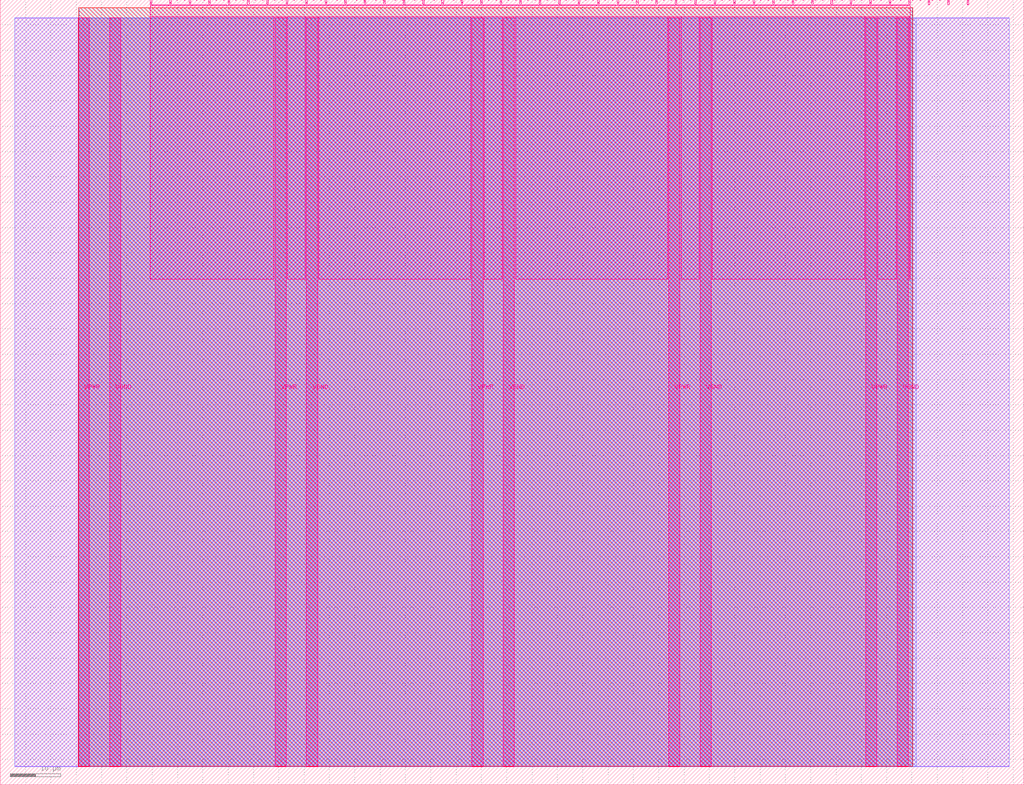
<source format=lef>
VERSION 5.7 ;
  NOWIREEXTENSIONATPIN ON ;
  DIVIDERCHAR "/" ;
  BUSBITCHARS "[]" ;
MACRO tt_um_d_4_array_multiplier
  CLASS BLOCK ;
  FOREIGN tt_um_d_4_array_multiplier ;
  ORIGIN 0.000 0.000 ;
  SIZE 202.080 BY 154.980 ;
  PIN VGND
    DIRECTION INOUT ;
    USE GROUND ;
    PORT
      LAYER Metal5 ;
        RECT 21.580 3.560 23.780 151.420 ;
    END
    PORT
      LAYER Metal5 ;
        RECT 60.450 3.560 62.650 151.420 ;
    END
    PORT
      LAYER Metal5 ;
        RECT 99.320 3.560 101.520 151.420 ;
    END
    PORT
      LAYER Metal5 ;
        RECT 138.190 3.560 140.390 151.420 ;
    END
    PORT
      LAYER Metal5 ;
        RECT 177.060 3.560 179.260 151.420 ;
    END
  END VGND
  PIN VPWR
    DIRECTION INOUT ;
    USE POWER ;
    PORT
      LAYER Metal5 ;
        RECT 15.380 3.560 17.580 151.420 ;
    END
    PORT
      LAYER Metal5 ;
        RECT 54.250 3.560 56.450 151.420 ;
    END
    PORT
      LAYER Metal5 ;
        RECT 93.120 3.560 95.320 151.420 ;
    END
    PORT
      LAYER Metal5 ;
        RECT 131.990 3.560 134.190 151.420 ;
    END
    PORT
      LAYER Metal5 ;
        RECT 170.860 3.560 173.060 151.420 ;
    END
  END VPWR
  PIN clk
    DIRECTION INPUT ;
    USE SIGNAL ;
    PORT
      LAYER Metal5 ;
        RECT 187.050 153.980 187.350 154.980 ;
    END
  END clk
  PIN ena
    DIRECTION INPUT ;
    USE SIGNAL ;
    PORT
      LAYER Metal5 ;
        RECT 190.890 153.980 191.190 154.980 ;
    END
  END ena
  PIN rst_n
    DIRECTION INPUT ;
    USE SIGNAL ;
    PORT
      LAYER Metal5 ;
        RECT 183.210 153.980 183.510 154.980 ;
    END
  END rst_n
  PIN ui_in[0]
    DIRECTION INPUT ;
    USE SIGNAL ;
    ANTENNAGATEAREA 0.213200 ;
    PORT
      LAYER Metal5 ;
        RECT 179.370 153.980 179.670 154.980 ;
    END
  END ui_in[0]
  PIN ui_in[1]
    DIRECTION INPUT ;
    USE SIGNAL ;
    ANTENNAGATEAREA 0.213200 ;
    PORT
      LAYER Metal5 ;
        RECT 175.530 153.980 175.830 154.980 ;
    END
  END ui_in[1]
  PIN ui_in[2]
    DIRECTION INPUT ;
    USE SIGNAL ;
    ANTENNAGATEAREA 0.213200 ;
    PORT
      LAYER Metal5 ;
        RECT 171.690 153.980 171.990 154.980 ;
    END
  END ui_in[2]
  PIN ui_in[3]
    DIRECTION INPUT ;
    USE SIGNAL ;
    ANTENNAGATEAREA 0.213200 ;
    PORT
      LAYER Metal5 ;
        RECT 167.850 153.980 168.150 154.980 ;
    END
  END ui_in[3]
  PIN ui_in[4]
    DIRECTION INPUT ;
    USE SIGNAL ;
    ANTENNAGATEAREA 0.213200 ;
    PORT
      LAYER Metal5 ;
        RECT 164.010 153.980 164.310 154.980 ;
    END
  END ui_in[4]
  PIN ui_in[5]
    DIRECTION INPUT ;
    USE SIGNAL ;
    ANTENNAGATEAREA 0.213200 ;
    PORT
      LAYER Metal5 ;
        RECT 160.170 153.980 160.470 154.980 ;
    END
  END ui_in[5]
  PIN ui_in[6]
    DIRECTION INPUT ;
    USE SIGNAL ;
    ANTENNAGATEAREA 0.213200 ;
    PORT
      LAYER Metal5 ;
        RECT 156.330 153.980 156.630 154.980 ;
    END
  END ui_in[6]
  PIN ui_in[7]
    DIRECTION INPUT ;
    USE SIGNAL ;
    ANTENNAGATEAREA 0.180700 ;
    PORT
      LAYER Metal5 ;
        RECT 152.490 153.980 152.790 154.980 ;
    END
  END ui_in[7]
  PIN uio_in[0]
    DIRECTION INPUT ;
    USE SIGNAL ;
    PORT
      LAYER Metal5 ;
        RECT 148.650 153.980 148.950 154.980 ;
    END
  END uio_in[0]
  PIN uio_in[1]
    DIRECTION INPUT ;
    USE SIGNAL ;
    PORT
      LAYER Metal5 ;
        RECT 144.810 153.980 145.110 154.980 ;
    END
  END uio_in[1]
  PIN uio_in[2]
    DIRECTION INPUT ;
    USE SIGNAL ;
    PORT
      LAYER Metal5 ;
        RECT 140.970 153.980 141.270 154.980 ;
    END
  END uio_in[2]
  PIN uio_in[3]
    DIRECTION INPUT ;
    USE SIGNAL ;
    PORT
      LAYER Metal5 ;
        RECT 137.130 153.980 137.430 154.980 ;
    END
  END uio_in[3]
  PIN uio_in[4]
    DIRECTION INPUT ;
    USE SIGNAL ;
    PORT
      LAYER Metal5 ;
        RECT 133.290 153.980 133.590 154.980 ;
    END
  END uio_in[4]
  PIN uio_in[5]
    DIRECTION INPUT ;
    USE SIGNAL ;
    PORT
      LAYER Metal5 ;
        RECT 129.450 153.980 129.750 154.980 ;
    END
  END uio_in[5]
  PIN uio_in[6]
    DIRECTION INPUT ;
    USE SIGNAL ;
    PORT
      LAYER Metal5 ;
        RECT 125.610 153.980 125.910 154.980 ;
    END
  END uio_in[6]
  PIN uio_in[7]
    DIRECTION INPUT ;
    USE SIGNAL ;
    PORT
      LAYER Metal5 ;
        RECT 121.770 153.980 122.070 154.980 ;
    END
  END uio_in[7]
  PIN uio_oe[0]
    DIRECTION OUTPUT ;
    USE SIGNAL ;
    ANTENNADIFFAREA 0.299200 ;
    PORT
      LAYER Metal5 ;
        RECT 56.490 153.980 56.790 154.980 ;
    END
  END uio_oe[0]
  PIN uio_oe[1]
    DIRECTION OUTPUT ;
    USE SIGNAL ;
    ANTENNADIFFAREA 0.299200 ;
    PORT
      LAYER Metal5 ;
        RECT 52.650 153.980 52.950 154.980 ;
    END
  END uio_oe[1]
  PIN uio_oe[2]
    DIRECTION OUTPUT ;
    USE SIGNAL ;
    ANTENNADIFFAREA 0.299200 ;
    PORT
      LAYER Metal5 ;
        RECT 48.810 153.980 49.110 154.980 ;
    END
  END uio_oe[2]
  PIN uio_oe[3]
    DIRECTION OUTPUT ;
    USE SIGNAL ;
    ANTENNADIFFAREA 0.299200 ;
    PORT
      LAYER Metal5 ;
        RECT 44.970 153.980 45.270 154.980 ;
    END
  END uio_oe[3]
  PIN uio_oe[4]
    DIRECTION OUTPUT ;
    USE SIGNAL ;
    ANTENNADIFFAREA 0.299200 ;
    PORT
      LAYER Metal5 ;
        RECT 41.130 153.980 41.430 154.980 ;
    END
  END uio_oe[4]
  PIN uio_oe[5]
    DIRECTION OUTPUT ;
    USE SIGNAL ;
    ANTENNADIFFAREA 0.299200 ;
    PORT
      LAYER Metal5 ;
        RECT 37.290 153.980 37.590 154.980 ;
    END
  END uio_oe[5]
  PIN uio_oe[6]
    DIRECTION OUTPUT ;
    USE SIGNAL ;
    ANTENNADIFFAREA 0.299200 ;
    PORT
      LAYER Metal5 ;
        RECT 33.450 153.980 33.750 154.980 ;
    END
  END uio_oe[6]
  PIN uio_oe[7]
    DIRECTION OUTPUT ;
    USE SIGNAL ;
    ANTENNADIFFAREA 0.299200 ;
    PORT
      LAYER Metal5 ;
        RECT 29.610 153.980 29.910 154.980 ;
    END
  END uio_oe[7]
  PIN uio_out[0]
    DIRECTION OUTPUT ;
    USE SIGNAL ;
    ANTENNADIFFAREA 0.299200 ;
    PORT
      LAYER Metal5 ;
        RECT 87.210 153.980 87.510 154.980 ;
    END
  END uio_out[0]
  PIN uio_out[1]
    DIRECTION OUTPUT ;
    USE SIGNAL ;
    ANTENNADIFFAREA 0.299200 ;
    PORT
      LAYER Metal5 ;
        RECT 83.370 153.980 83.670 154.980 ;
    END
  END uio_out[1]
  PIN uio_out[2]
    DIRECTION OUTPUT ;
    USE SIGNAL ;
    ANTENNADIFFAREA 0.299200 ;
    PORT
      LAYER Metal5 ;
        RECT 79.530 153.980 79.830 154.980 ;
    END
  END uio_out[2]
  PIN uio_out[3]
    DIRECTION OUTPUT ;
    USE SIGNAL ;
    ANTENNADIFFAREA 0.299200 ;
    PORT
      LAYER Metal5 ;
        RECT 75.690 153.980 75.990 154.980 ;
    END
  END uio_out[3]
  PIN uio_out[4]
    DIRECTION OUTPUT ;
    USE SIGNAL ;
    ANTENNADIFFAREA 0.299200 ;
    PORT
      LAYER Metal5 ;
        RECT 71.850 153.980 72.150 154.980 ;
    END
  END uio_out[4]
  PIN uio_out[5]
    DIRECTION OUTPUT ;
    USE SIGNAL ;
    ANTENNADIFFAREA 0.299200 ;
    PORT
      LAYER Metal5 ;
        RECT 68.010 153.980 68.310 154.980 ;
    END
  END uio_out[5]
  PIN uio_out[6]
    DIRECTION OUTPUT ;
    USE SIGNAL ;
    ANTENNADIFFAREA 0.299200 ;
    PORT
      LAYER Metal5 ;
        RECT 64.170 153.980 64.470 154.980 ;
    END
  END uio_out[6]
  PIN uio_out[7]
    DIRECTION OUTPUT ;
    USE SIGNAL ;
    ANTENNADIFFAREA 0.299200 ;
    PORT
      LAYER Metal5 ;
        RECT 60.330 153.980 60.630 154.980 ;
    END
  END uio_out[7]
  PIN uo_out[0]
    DIRECTION OUTPUT ;
    USE SIGNAL ;
    ANTENNAGATEAREA 0.241800 ;
    ANTENNADIFFAREA 0.712400 ;
    PORT
      LAYER Metal5 ;
        RECT 117.930 153.980 118.230 154.980 ;
    END
  END uo_out[0]
  PIN uo_out[1]
    DIRECTION OUTPUT ;
    USE SIGNAL ;
    ANTENNADIFFAREA 0.654800 ;
    PORT
      LAYER Metal5 ;
        RECT 114.090 153.980 114.390 154.980 ;
    END
  END uo_out[1]
  PIN uo_out[2]
    DIRECTION OUTPUT ;
    USE SIGNAL ;
    ANTENNADIFFAREA 0.654800 ;
    PORT
      LAYER Metal5 ;
        RECT 110.250 153.980 110.550 154.980 ;
    END
  END uo_out[2]
  PIN uo_out[3]
    DIRECTION OUTPUT ;
    USE SIGNAL ;
    ANTENNADIFFAREA 0.654800 ;
    PORT
      LAYER Metal5 ;
        RECT 106.410 153.980 106.710 154.980 ;
    END
  END uo_out[3]
  PIN uo_out[4]
    DIRECTION OUTPUT ;
    USE SIGNAL ;
    ANTENNADIFFAREA 0.654800 ;
    PORT
      LAYER Metal5 ;
        RECT 102.570 153.980 102.870 154.980 ;
    END
  END uo_out[4]
  PIN uo_out[5]
    DIRECTION OUTPUT ;
    USE SIGNAL ;
    ANTENNADIFFAREA 0.654800 ;
    PORT
      LAYER Metal5 ;
        RECT 98.730 153.980 99.030 154.980 ;
    END
  END uo_out[5]
  PIN uo_out[6]
    DIRECTION OUTPUT ;
    USE SIGNAL ;
    ANTENNADIFFAREA 0.654800 ;
    PORT
      LAYER Metal5 ;
        RECT 94.890 153.980 95.190 154.980 ;
    END
  END uo_out[6]
  PIN uo_out[7]
    DIRECTION OUTPUT ;
    USE SIGNAL ;
    ANTENNADIFFAREA 0.654800 ;
    PORT
      LAYER Metal5 ;
        RECT 91.050 153.980 91.350 154.980 ;
    END
  END uo_out[7]
  OBS
      LAYER GatPoly ;
        RECT 2.880 3.630 199.200 151.350 ;
      LAYER Metal1 ;
        RECT 2.880 3.560 199.200 151.420 ;
      LAYER Metal2 ;
        RECT 15.515 3.680 180.865 151.300 ;
      LAYER Metal3 ;
        RECT 15.560 3.635 180.100 153.445 ;
      LAYER Metal4 ;
        RECT 15.515 3.680 180.145 153.400 ;
      LAYER Metal5 ;
        RECT 30.120 153.770 33.240 153.980 ;
        RECT 33.960 153.770 37.080 153.980 ;
        RECT 37.800 153.770 40.920 153.980 ;
        RECT 41.640 153.770 44.760 153.980 ;
        RECT 45.480 153.770 48.600 153.980 ;
        RECT 49.320 153.770 52.440 153.980 ;
        RECT 53.160 153.770 56.280 153.980 ;
        RECT 57.000 153.770 60.120 153.980 ;
        RECT 60.840 153.770 63.960 153.980 ;
        RECT 64.680 153.770 67.800 153.980 ;
        RECT 68.520 153.770 71.640 153.980 ;
        RECT 72.360 153.770 75.480 153.980 ;
        RECT 76.200 153.770 79.320 153.980 ;
        RECT 80.040 153.770 83.160 153.980 ;
        RECT 83.880 153.770 87.000 153.980 ;
        RECT 87.720 153.770 90.840 153.980 ;
        RECT 91.560 153.770 94.680 153.980 ;
        RECT 95.400 153.770 98.520 153.980 ;
        RECT 99.240 153.770 102.360 153.980 ;
        RECT 103.080 153.770 106.200 153.980 ;
        RECT 106.920 153.770 110.040 153.980 ;
        RECT 110.760 153.770 113.880 153.980 ;
        RECT 114.600 153.770 117.720 153.980 ;
        RECT 118.440 153.770 121.560 153.980 ;
        RECT 122.280 153.770 125.400 153.980 ;
        RECT 126.120 153.770 129.240 153.980 ;
        RECT 129.960 153.770 133.080 153.980 ;
        RECT 133.800 153.770 136.920 153.980 ;
        RECT 137.640 153.770 140.760 153.980 ;
        RECT 141.480 153.770 144.600 153.980 ;
        RECT 145.320 153.770 148.440 153.980 ;
        RECT 149.160 153.770 152.280 153.980 ;
        RECT 153.000 153.770 156.120 153.980 ;
        RECT 156.840 153.770 159.960 153.980 ;
        RECT 160.680 153.770 163.800 153.980 ;
        RECT 164.520 153.770 167.640 153.980 ;
        RECT 168.360 153.770 171.480 153.980 ;
        RECT 172.200 153.770 175.320 153.980 ;
        RECT 176.040 153.770 179.160 153.980 ;
        RECT 29.660 151.630 179.620 153.770 ;
        RECT 29.660 99.815 54.040 151.630 ;
        RECT 56.660 99.815 60.240 151.630 ;
        RECT 62.860 99.815 92.910 151.630 ;
        RECT 95.530 99.815 99.110 151.630 ;
        RECT 101.730 99.815 131.780 151.630 ;
        RECT 134.400 99.815 137.980 151.630 ;
        RECT 140.600 99.815 170.650 151.630 ;
        RECT 173.270 99.815 176.850 151.630 ;
        RECT 179.470 99.815 179.620 151.630 ;
  END
END tt_um_d_4_array_multiplier
END LIBRARY


</source>
